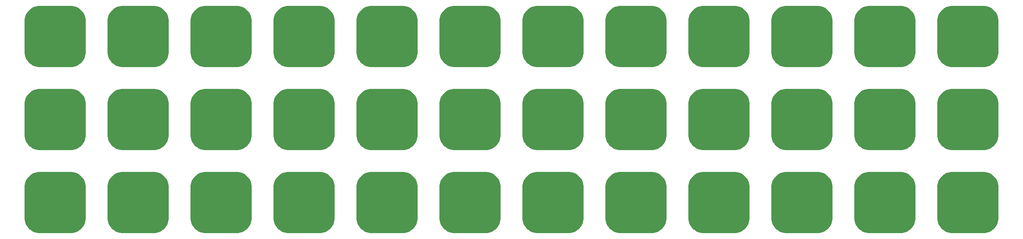
<source format=gbr>
G04 #@! TF.GenerationSoftware,KiCad,Pcbnew,(5.1.5)-3*
G04 #@! TF.CreationDate,2020-05-22T12:40:10+02:00*
G04 #@! TF.ProjectId,m1d1_36,6d316431-5f33-4362-9e6b-696361645f70,rev?*
G04 #@! TF.SameCoordinates,Original*
G04 #@! TF.FileFunction,Paste,Top*
G04 #@! TF.FilePolarity,Positive*
%FSLAX46Y46*%
G04 Gerber Fmt 4.6, Leading zero omitted, Abs format (unit mm)*
G04 Created by KiCad (PCBNEW (5.1.5)-3) date 2020-05-22 12:40:10*
%MOMM*%
%LPD*%
G04 APERTURE LIST*
%ADD10C,0.100000*%
G04 APERTURE END LIST*
D10*
G36*
X261419564Y-88022057D02*
G01*
X261783589Y-88076055D01*
X262140568Y-88165474D01*
X262487063Y-88289452D01*
X262819738Y-88446795D01*
X263135388Y-88635989D01*
X263430975Y-88855211D01*
X263703650Y-89102350D01*
X263950789Y-89375025D01*
X264170011Y-89670612D01*
X264359205Y-89986262D01*
X264516548Y-90318937D01*
X264640526Y-90665432D01*
X264729945Y-91022411D01*
X264783943Y-91386436D01*
X264802000Y-91754000D01*
X264802000Y-99254000D01*
X264783943Y-99621564D01*
X264729945Y-99985589D01*
X264640526Y-100342568D01*
X264516548Y-100689063D01*
X264359205Y-101021738D01*
X264170011Y-101337388D01*
X263950789Y-101632975D01*
X263703650Y-101905650D01*
X263430975Y-102152789D01*
X263135388Y-102372011D01*
X262819738Y-102561205D01*
X262487063Y-102718548D01*
X262140568Y-102842526D01*
X261783589Y-102931945D01*
X261419564Y-102985943D01*
X261052000Y-103004000D01*
X253552000Y-103004000D01*
X253184436Y-102985943D01*
X252820411Y-102931945D01*
X252463432Y-102842526D01*
X252116937Y-102718548D01*
X251784262Y-102561205D01*
X251468612Y-102372011D01*
X251173025Y-102152789D01*
X250900350Y-101905650D01*
X250653211Y-101632975D01*
X250433989Y-101337388D01*
X250244795Y-101021738D01*
X250087452Y-100689063D01*
X249963474Y-100342568D01*
X249874055Y-99985589D01*
X249820057Y-99621564D01*
X249802000Y-99254000D01*
X249802000Y-91754000D01*
X249820057Y-91386436D01*
X249874055Y-91022411D01*
X249963474Y-90665432D01*
X250087452Y-90318937D01*
X250244795Y-89986262D01*
X250433989Y-89670612D01*
X250653211Y-89375025D01*
X250900350Y-89102350D01*
X251173025Y-88855211D01*
X251468612Y-88635989D01*
X251784262Y-88446795D01*
X252116937Y-88289452D01*
X252463432Y-88165474D01*
X252820411Y-88076055D01*
X253184436Y-88022057D01*
X253552000Y-88004000D01*
X261052000Y-88004000D01*
X261419564Y-88022057D01*
G37*
G36*
X241099564Y-88022057D02*
G01*
X241463589Y-88076055D01*
X241820568Y-88165474D01*
X242167063Y-88289452D01*
X242499738Y-88446795D01*
X242815388Y-88635989D01*
X243110975Y-88855211D01*
X243383650Y-89102350D01*
X243630789Y-89375025D01*
X243850011Y-89670612D01*
X244039205Y-89986262D01*
X244196548Y-90318937D01*
X244320526Y-90665432D01*
X244409945Y-91022411D01*
X244463943Y-91386436D01*
X244482000Y-91754000D01*
X244482000Y-99254000D01*
X244463943Y-99621564D01*
X244409945Y-99985589D01*
X244320526Y-100342568D01*
X244196548Y-100689063D01*
X244039205Y-101021738D01*
X243850011Y-101337388D01*
X243630789Y-101632975D01*
X243383650Y-101905650D01*
X243110975Y-102152789D01*
X242815388Y-102372011D01*
X242499738Y-102561205D01*
X242167063Y-102718548D01*
X241820568Y-102842526D01*
X241463589Y-102931945D01*
X241099564Y-102985943D01*
X240732000Y-103004000D01*
X233232000Y-103004000D01*
X232864436Y-102985943D01*
X232500411Y-102931945D01*
X232143432Y-102842526D01*
X231796937Y-102718548D01*
X231464262Y-102561205D01*
X231148612Y-102372011D01*
X230853025Y-102152789D01*
X230580350Y-101905650D01*
X230333211Y-101632975D01*
X230113989Y-101337388D01*
X229924795Y-101021738D01*
X229767452Y-100689063D01*
X229643474Y-100342568D01*
X229554055Y-99985589D01*
X229500057Y-99621564D01*
X229482000Y-99254000D01*
X229482000Y-91754000D01*
X229500057Y-91386436D01*
X229554055Y-91022411D01*
X229643474Y-90665432D01*
X229767452Y-90318937D01*
X229924795Y-89986262D01*
X230113989Y-89670612D01*
X230333211Y-89375025D01*
X230580350Y-89102350D01*
X230853025Y-88855211D01*
X231148612Y-88635989D01*
X231464262Y-88446795D01*
X231796937Y-88289452D01*
X232143432Y-88165474D01*
X232500411Y-88076055D01*
X232864436Y-88022057D01*
X233232000Y-88004000D01*
X240732000Y-88004000D01*
X241099564Y-88022057D01*
G37*
G36*
X220779564Y-88022057D02*
G01*
X221143589Y-88076055D01*
X221500568Y-88165474D01*
X221847063Y-88289452D01*
X222179738Y-88446795D01*
X222495388Y-88635989D01*
X222790975Y-88855211D01*
X223063650Y-89102350D01*
X223310789Y-89375025D01*
X223530011Y-89670612D01*
X223719205Y-89986262D01*
X223876548Y-90318937D01*
X224000526Y-90665432D01*
X224089945Y-91022411D01*
X224143943Y-91386436D01*
X224162000Y-91754000D01*
X224162000Y-99254000D01*
X224143943Y-99621564D01*
X224089945Y-99985589D01*
X224000526Y-100342568D01*
X223876548Y-100689063D01*
X223719205Y-101021738D01*
X223530011Y-101337388D01*
X223310789Y-101632975D01*
X223063650Y-101905650D01*
X222790975Y-102152789D01*
X222495388Y-102372011D01*
X222179738Y-102561205D01*
X221847063Y-102718548D01*
X221500568Y-102842526D01*
X221143589Y-102931945D01*
X220779564Y-102985943D01*
X220412000Y-103004000D01*
X212912000Y-103004000D01*
X212544436Y-102985943D01*
X212180411Y-102931945D01*
X211823432Y-102842526D01*
X211476937Y-102718548D01*
X211144262Y-102561205D01*
X210828612Y-102372011D01*
X210533025Y-102152789D01*
X210260350Y-101905650D01*
X210013211Y-101632975D01*
X209793989Y-101337388D01*
X209604795Y-101021738D01*
X209447452Y-100689063D01*
X209323474Y-100342568D01*
X209234055Y-99985589D01*
X209180057Y-99621564D01*
X209162000Y-99254000D01*
X209162000Y-91754000D01*
X209180057Y-91386436D01*
X209234055Y-91022411D01*
X209323474Y-90665432D01*
X209447452Y-90318937D01*
X209604795Y-89986262D01*
X209793989Y-89670612D01*
X210013211Y-89375025D01*
X210260350Y-89102350D01*
X210533025Y-88855211D01*
X210828612Y-88635989D01*
X211144262Y-88446795D01*
X211476937Y-88289452D01*
X211823432Y-88165474D01*
X212180411Y-88076055D01*
X212544436Y-88022057D01*
X212912000Y-88004000D01*
X220412000Y-88004000D01*
X220779564Y-88022057D01*
G37*
G36*
X200459564Y-88022057D02*
G01*
X200823589Y-88076055D01*
X201180568Y-88165474D01*
X201527063Y-88289452D01*
X201859738Y-88446795D01*
X202175388Y-88635989D01*
X202470975Y-88855211D01*
X202743650Y-89102350D01*
X202990789Y-89375025D01*
X203210011Y-89670612D01*
X203399205Y-89986262D01*
X203556548Y-90318937D01*
X203680526Y-90665432D01*
X203769945Y-91022411D01*
X203823943Y-91386436D01*
X203842000Y-91754000D01*
X203842000Y-99254000D01*
X203823943Y-99621564D01*
X203769945Y-99985589D01*
X203680526Y-100342568D01*
X203556548Y-100689063D01*
X203399205Y-101021738D01*
X203210011Y-101337388D01*
X202990789Y-101632975D01*
X202743650Y-101905650D01*
X202470975Y-102152789D01*
X202175388Y-102372011D01*
X201859738Y-102561205D01*
X201527063Y-102718548D01*
X201180568Y-102842526D01*
X200823589Y-102931945D01*
X200459564Y-102985943D01*
X200092000Y-103004000D01*
X192592000Y-103004000D01*
X192224436Y-102985943D01*
X191860411Y-102931945D01*
X191503432Y-102842526D01*
X191156937Y-102718548D01*
X190824262Y-102561205D01*
X190508612Y-102372011D01*
X190213025Y-102152789D01*
X189940350Y-101905650D01*
X189693211Y-101632975D01*
X189473989Y-101337388D01*
X189284795Y-101021738D01*
X189127452Y-100689063D01*
X189003474Y-100342568D01*
X188914055Y-99985589D01*
X188860057Y-99621564D01*
X188842000Y-99254000D01*
X188842000Y-91754000D01*
X188860057Y-91386436D01*
X188914055Y-91022411D01*
X189003474Y-90665432D01*
X189127452Y-90318937D01*
X189284795Y-89986262D01*
X189473989Y-89670612D01*
X189693211Y-89375025D01*
X189940350Y-89102350D01*
X190213025Y-88855211D01*
X190508612Y-88635989D01*
X190824262Y-88446795D01*
X191156937Y-88289452D01*
X191503432Y-88165474D01*
X191860411Y-88076055D01*
X192224436Y-88022057D01*
X192592000Y-88004000D01*
X200092000Y-88004000D01*
X200459564Y-88022057D01*
G37*
G36*
X180139564Y-88022057D02*
G01*
X180503589Y-88076055D01*
X180860568Y-88165474D01*
X181207063Y-88289452D01*
X181539738Y-88446795D01*
X181855388Y-88635989D01*
X182150975Y-88855211D01*
X182423650Y-89102350D01*
X182670789Y-89375025D01*
X182890011Y-89670612D01*
X183079205Y-89986262D01*
X183236548Y-90318937D01*
X183360526Y-90665432D01*
X183449945Y-91022411D01*
X183503943Y-91386436D01*
X183522000Y-91754000D01*
X183522000Y-99254000D01*
X183503943Y-99621564D01*
X183449945Y-99985589D01*
X183360526Y-100342568D01*
X183236548Y-100689063D01*
X183079205Y-101021738D01*
X182890011Y-101337388D01*
X182670789Y-101632975D01*
X182423650Y-101905650D01*
X182150975Y-102152789D01*
X181855388Y-102372011D01*
X181539738Y-102561205D01*
X181207063Y-102718548D01*
X180860568Y-102842526D01*
X180503589Y-102931945D01*
X180139564Y-102985943D01*
X179772000Y-103004000D01*
X172272000Y-103004000D01*
X171904436Y-102985943D01*
X171540411Y-102931945D01*
X171183432Y-102842526D01*
X170836937Y-102718548D01*
X170504262Y-102561205D01*
X170188612Y-102372011D01*
X169893025Y-102152789D01*
X169620350Y-101905650D01*
X169373211Y-101632975D01*
X169153989Y-101337388D01*
X168964795Y-101021738D01*
X168807452Y-100689063D01*
X168683474Y-100342568D01*
X168594055Y-99985589D01*
X168540057Y-99621564D01*
X168522000Y-99254000D01*
X168522000Y-91754000D01*
X168540057Y-91386436D01*
X168594055Y-91022411D01*
X168683474Y-90665432D01*
X168807452Y-90318937D01*
X168964795Y-89986262D01*
X169153989Y-89670612D01*
X169373211Y-89375025D01*
X169620350Y-89102350D01*
X169893025Y-88855211D01*
X170188612Y-88635989D01*
X170504262Y-88446795D01*
X170836937Y-88289452D01*
X171183432Y-88165474D01*
X171540411Y-88076055D01*
X171904436Y-88022057D01*
X172272000Y-88004000D01*
X179772000Y-88004000D01*
X180139564Y-88022057D01*
G37*
G36*
X159819564Y-88022057D02*
G01*
X160183589Y-88076055D01*
X160540568Y-88165474D01*
X160887063Y-88289452D01*
X161219738Y-88446795D01*
X161535388Y-88635989D01*
X161830975Y-88855211D01*
X162103650Y-89102350D01*
X162350789Y-89375025D01*
X162570011Y-89670612D01*
X162759205Y-89986262D01*
X162916548Y-90318937D01*
X163040526Y-90665432D01*
X163129945Y-91022411D01*
X163183943Y-91386436D01*
X163202000Y-91754000D01*
X163202000Y-99254000D01*
X163183943Y-99621564D01*
X163129945Y-99985589D01*
X163040526Y-100342568D01*
X162916548Y-100689063D01*
X162759205Y-101021738D01*
X162570011Y-101337388D01*
X162350789Y-101632975D01*
X162103650Y-101905650D01*
X161830975Y-102152789D01*
X161535388Y-102372011D01*
X161219738Y-102561205D01*
X160887063Y-102718548D01*
X160540568Y-102842526D01*
X160183589Y-102931945D01*
X159819564Y-102985943D01*
X159452000Y-103004000D01*
X151952000Y-103004000D01*
X151584436Y-102985943D01*
X151220411Y-102931945D01*
X150863432Y-102842526D01*
X150516937Y-102718548D01*
X150184262Y-102561205D01*
X149868612Y-102372011D01*
X149573025Y-102152789D01*
X149300350Y-101905650D01*
X149053211Y-101632975D01*
X148833989Y-101337388D01*
X148644795Y-101021738D01*
X148487452Y-100689063D01*
X148363474Y-100342568D01*
X148274055Y-99985589D01*
X148220057Y-99621564D01*
X148202000Y-99254000D01*
X148202000Y-91754000D01*
X148220057Y-91386436D01*
X148274055Y-91022411D01*
X148363474Y-90665432D01*
X148487452Y-90318937D01*
X148644795Y-89986262D01*
X148833989Y-89670612D01*
X149053211Y-89375025D01*
X149300350Y-89102350D01*
X149573025Y-88855211D01*
X149868612Y-88635989D01*
X150184262Y-88446795D01*
X150516937Y-88289452D01*
X150863432Y-88165474D01*
X151220411Y-88076055D01*
X151584436Y-88022057D01*
X151952000Y-88004000D01*
X159452000Y-88004000D01*
X159819564Y-88022057D01*
G37*
G36*
X139499564Y-88022057D02*
G01*
X139863589Y-88076055D01*
X140220568Y-88165474D01*
X140567063Y-88289452D01*
X140899738Y-88446795D01*
X141215388Y-88635989D01*
X141510975Y-88855211D01*
X141783650Y-89102350D01*
X142030789Y-89375025D01*
X142250011Y-89670612D01*
X142439205Y-89986262D01*
X142596548Y-90318937D01*
X142720526Y-90665432D01*
X142809945Y-91022411D01*
X142863943Y-91386436D01*
X142882000Y-91754000D01*
X142882000Y-99254000D01*
X142863943Y-99621564D01*
X142809945Y-99985589D01*
X142720526Y-100342568D01*
X142596548Y-100689063D01*
X142439205Y-101021738D01*
X142250011Y-101337388D01*
X142030789Y-101632975D01*
X141783650Y-101905650D01*
X141510975Y-102152789D01*
X141215388Y-102372011D01*
X140899738Y-102561205D01*
X140567063Y-102718548D01*
X140220568Y-102842526D01*
X139863589Y-102931945D01*
X139499564Y-102985943D01*
X139132000Y-103004000D01*
X131632000Y-103004000D01*
X131264436Y-102985943D01*
X130900411Y-102931945D01*
X130543432Y-102842526D01*
X130196937Y-102718548D01*
X129864262Y-102561205D01*
X129548612Y-102372011D01*
X129253025Y-102152789D01*
X128980350Y-101905650D01*
X128733211Y-101632975D01*
X128513989Y-101337388D01*
X128324795Y-101021738D01*
X128167452Y-100689063D01*
X128043474Y-100342568D01*
X127954055Y-99985589D01*
X127900057Y-99621564D01*
X127882000Y-99254000D01*
X127882000Y-91754000D01*
X127900057Y-91386436D01*
X127954055Y-91022411D01*
X128043474Y-90665432D01*
X128167452Y-90318937D01*
X128324795Y-89986262D01*
X128513989Y-89670612D01*
X128733211Y-89375025D01*
X128980350Y-89102350D01*
X129253025Y-88855211D01*
X129548612Y-88635989D01*
X129864262Y-88446795D01*
X130196937Y-88289452D01*
X130543432Y-88165474D01*
X130900411Y-88076055D01*
X131264436Y-88022057D01*
X131632000Y-88004000D01*
X139132000Y-88004000D01*
X139499564Y-88022057D01*
G37*
G36*
X119179564Y-88022057D02*
G01*
X119543589Y-88076055D01*
X119900568Y-88165474D01*
X120247063Y-88289452D01*
X120579738Y-88446795D01*
X120895388Y-88635989D01*
X121190975Y-88855211D01*
X121463650Y-89102350D01*
X121710789Y-89375025D01*
X121930011Y-89670612D01*
X122119205Y-89986262D01*
X122276548Y-90318937D01*
X122400526Y-90665432D01*
X122489945Y-91022411D01*
X122543943Y-91386436D01*
X122562000Y-91754000D01*
X122562000Y-99254000D01*
X122543943Y-99621564D01*
X122489945Y-99985589D01*
X122400526Y-100342568D01*
X122276548Y-100689063D01*
X122119205Y-101021738D01*
X121930011Y-101337388D01*
X121710789Y-101632975D01*
X121463650Y-101905650D01*
X121190975Y-102152789D01*
X120895388Y-102372011D01*
X120579738Y-102561205D01*
X120247063Y-102718548D01*
X119900568Y-102842526D01*
X119543589Y-102931945D01*
X119179564Y-102985943D01*
X118812000Y-103004000D01*
X111312000Y-103004000D01*
X110944436Y-102985943D01*
X110580411Y-102931945D01*
X110223432Y-102842526D01*
X109876937Y-102718548D01*
X109544262Y-102561205D01*
X109228612Y-102372011D01*
X108933025Y-102152789D01*
X108660350Y-101905650D01*
X108413211Y-101632975D01*
X108193989Y-101337388D01*
X108004795Y-101021738D01*
X107847452Y-100689063D01*
X107723474Y-100342568D01*
X107634055Y-99985589D01*
X107580057Y-99621564D01*
X107562000Y-99254000D01*
X107562000Y-91754000D01*
X107580057Y-91386436D01*
X107634055Y-91022411D01*
X107723474Y-90665432D01*
X107847452Y-90318937D01*
X108004795Y-89986262D01*
X108193989Y-89670612D01*
X108413211Y-89375025D01*
X108660350Y-89102350D01*
X108933025Y-88855211D01*
X109228612Y-88635989D01*
X109544262Y-88446795D01*
X109876937Y-88289452D01*
X110223432Y-88165474D01*
X110580411Y-88076055D01*
X110944436Y-88022057D01*
X111312000Y-88004000D01*
X118812000Y-88004000D01*
X119179564Y-88022057D01*
G37*
G36*
X98859564Y-88022057D02*
G01*
X99223589Y-88076055D01*
X99580568Y-88165474D01*
X99927063Y-88289452D01*
X100259738Y-88446795D01*
X100575388Y-88635989D01*
X100870975Y-88855211D01*
X101143650Y-89102350D01*
X101390789Y-89375025D01*
X101610011Y-89670612D01*
X101799205Y-89986262D01*
X101956548Y-90318937D01*
X102080526Y-90665432D01*
X102169945Y-91022411D01*
X102223943Y-91386436D01*
X102242000Y-91754000D01*
X102242000Y-99254000D01*
X102223943Y-99621564D01*
X102169945Y-99985589D01*
X102080526Y-100342568D01*
X101956548Y-100689063D01*
X101799205Y-101021738D01*
X101610011Y-101337388D01*
X101390789Y-101632975D01*
X101143650Y-101905650D01*
X100870975Y-102152789D01*
X100575388Y-102372011D01*
X100259738Y-102561205D01*
X99927063Y-102718548D01*
X99580568Y-102842526D01*
X99223589Y-102931945D01*
X98859564Y-102985943D01*
X98492000Y-103004000D01*
X90992000Y-103004000D01*
X90624436Y-102985943D01*
X90260411Y-102931945D01*
X89903432Y-102842526D01*
X89556937Y-102718548D01*
X89224262Y-102561205D01*
X88908612Y-102372011D01*
X88613025Y-102152789D01*
X88340350Y-101905650D01*
X88093211Y-101632975D01*
X87873989Y-101337388D01*
X87684795Y-101021738D01*
X87527452Y-100689063D01*
X87403474Y-100342568D01*
X87314055Y-99985589D01*
X87260057Y-99621564D01*
X87242000Y-99254000D01*
X87242000Y-91754000D01*
X87260057Y-91386436D01*
X87314055Y-91022411D01*
X87403474Y-90665432D01*
X87527452Y-90318937D01*
X87684795Y-89986262D01*
X87873989Y-89670612D01*
X88093211Y-89375025D01*
X88340350Y-89102350D01*
X88613025Y-88855211D01*
X88908612Y-88635989D01*
X89224262Y-88446795D01*
X89556937Y-88289452D01*
X89903432Y-88165474D01*
X90260411Y-88076055D01*
X90624436Y-88022057D01*
X90992000Y-88004000D01*
X98492000Y-88004000D01*
X98859564Y-88022057D01*
G37*
G36*
X78539564Y-88022057D02*
G01*
X78903589Y-88076055D01*
X79260568Y-88165474D01*
X79607063Y-88289452D01*
X79939738Y-88446795D01*
X80255388Y-88635989D01*
X80550975Y-88855211D01*
X80823650Y-89102350D01*
X81070789Y-89375025D01*
X81290011Y-89670612D01*
X81479205Y-89986262D01*
X81636548Y-90318937D01*
X81760526Y-90665432D01*
X81849945Y-91022411D01*
X81903943Y-91386436D01*
X81922000Y-91754000D01*
X81922000Y-99254000D01*
X81903943Y-99621564D01*
X81849945Y-99985589D01*
X81760526Y-100342568D01*
X81636548Y-100689063D01*
X81479205Y-101021738D01*
X81290011Y-101337388D01*
X81070789Y-101632975D01*
X80823650Y-101905650D01*
X80550975Y-102152789D01*
X80255388Y-102372011D01*
X79939738Y-102561205D01*
X79607063Y-102718548D01*
X79260568Y-102842526D01*
X78903589Y-102931945D01*
X78539564Y-102985943D01*
X78172000Y-103004000D01*
X70672000Y-103004000D01*
X70304436Y-102985943D01*
X69940411Y-102931945D01*
X69583432Y-102842526D01*
X69236937Y-102718548D01*
X68904262Y-102561205D01*
X68588612Y-102372011D01*
X68293025Y-102152789D01*
X68020350Y-101905650D01*
X67773211Y-101632975D01*
X67553989Y-101337388D01*
X67364795Y-101021738D01*
X67207452Y-100689063D01*
X67083474Y-100342568D01*
X66994055Y-99985589D01*
X66940057Y-99621564D01*
X66922000Y-99254000D01*
X66922000Y-91754000D01*
X66940057Y-91386436D01*
X66994055Y-91022411D01*
X67083474Y-90665432D01*
X67207452Y-90318937D01*
X67364795Y-89986262D01*
X67553989Y-89670612D01*
X67773211Y-89375025D01*
X68020350Y-89102350D01*
X68293025Y-88855211D01*
X68588612Y-88635989D01*
X68904262Y-88446795D01*
X69236937Y-88289452D01*
X69583432Y-88165474D01*
X69940411Y-88076055D01*
X70304436Y-88022057D01*
X70672000Y-88004000D01*
X78172000Y-88004000D01*
X78539564Y-88022057D01*
G37*
G36*
X58219564Y-88022057D02*
G01*
X58583589Y-88076055D01*
X58940568Y-88165474D01*
X59287063Y-88289452D01*
X59619738Y-88446795D01*
X59935388Y-88635989D01*
X60230975Y-88855211D01*
X60503650Y-89102350D01*
X60750789Y-89375025D01*
X60970011Y-89670612D01*
X61159205Y-89986262D01*
X61316548Y-90318937D01*
X61440526Y-90665432D01*
X61529945Y-91022411D01*
X61583943Y-91386436D01*
X61602000Y-91754000D01*
X61602000Y-99254000D01*
X61583943Y-99621564D01*
X61529945Y-99985589D01*
X61440526Y-100342568D01*
X61316548Y-100689063D01*
X61159205Y-101021738D01*
X60970011Y-101337388D01*
X60750789Y-101632975D01*
X60503650Y-101905650D01*
X60230975Y-102152789D01*
X59935388Y-102372011D01*
X59619738Y-102561205D01*
X59287063Y-102718548D01*
X58940568Y-102842526D01*
X58583589Y-102931945D01*
X58219564Y-102985943D01*
X57852000Y-103004000D01*
X50352000Y-103004000D01*
X49984436Y-102985943D01*
X49620411Y-102931945D01*
X49263432Y-102842526D01*
X48916937Y-102718548D01*
X48584262Y-102561205D01*
X48268612Y-102372011D01*
X47973025Y-102152789D01*
X47700350Y-101905650D01*
X47453211Y-101632975D01*
X47233989Y-101337388D01*
X47044795Y-101021738D01*
X46887452Y-100689063D01*
X46763474Y-100342568D01*
X46674055Y-99985589D01*
X46620057Y-99621564D01*
X46602000Y-99254000D01*
X46602000Y-91754000D01*
X46620057Y-91386436D01*
X46674055Y-91022411D01*
X46763474Y-90665432D01*
X46887452Y-90318937D01*
X47044795Y-89986262D01*
X47233989Y-89670612D01*
X47453211Y-89375025D01*
X47700350Y-89102350D01*
X47973025Y-88855211D01*
X48268612Y-88635989D01*
X48584262Y-88446795D01*
X48916937Y-88289452D01*
X49263432Y-88165474D01*
X49620411Y-88076055D01*
X49984436Y-88022057D01*
X50352000Y-88004000D01*
X57852000Y-88004000D01*
X58219564Y-88022057D01*
G37*
G36*
X37899564Y-88022057D02*
G01*
X38263589Y-88076055D01*
X38620568Y-88165474D01*
X38967063Y-88289452D01*
X39299738Y-88446795D01*
X39615388Y-88635989D01*
X39910975Y-88855211D01*
X40183650Y-89102350D01*
X40430789Y-89375025D01*
X40650011Y-89670612D01*
X40839205Y-89986262D01*
X40996548Y-90318937D01*
X41120526Y-90665432D01*
X41209945Y-91022411D01*
X41263943Y-91386436D01*
X41282000Y-91754000D01*
X41282000Y-99254000D01*
X41263943Y-99621564D01*
X41209945Y-99985589D01*
X41120526Y-100342568D01*
X40996548Y-100689063D01*
X40839205Y-101021738D01*
X40650011Y-101337388D01*
X40430789Y-101632975D01*
X40183650Y-101905650D01*
X39910975Y-102152789D01*
X39615388Y-102372011D01*
X39299738Y-102561205D01*
X38967063Y-102718548D01*
X38620568Y-102842526D01*
X38263589Y-102931945D01*
X37899564Y-102985943D01*
X37532000Y-103004000D01*
X30032000Y-103004000D01*
X29664436Y-102985943D01*
X29300411Y-102931945D01*
X28943432Y-102842526D01*
X28596937Y-102718548D01*
X28264262Y-102561205D01*
X27948612Y-102372011D01*
X27653025Y-102152789D01*
X27380350Y-101905650D01*
X27133211Y-101632975D01*
X26913989Y-101337388D01*
X26724795Y-101021738D01*
X26567452Y-100689063D01*
X26443474Y-100342568D01*
X26354055Y-99985589D01*
X26300057Y-99621564D01*
X26282000Y-99254000D01*
X26282000Y-91754000D01*
X26300057Y-91386436D01*
X26354055Y-91022411D01*
X26443474Y-90665432D01*
X26567452Y-90318937D01*
X26724795Y-89986262D01*
X26913989Y-89670612D01*
X27133211Y-89375025D01*
X27380350Y-89102350D01*
X27653025Y-88855211D01*
X27948612Y-88635989D01*
X28264262Y-88446795D01*
X28596937Y-88289452D01*
X28943432Y-88165474D01*
X29300411Y-88076055D01*
X29664436Y-88022057D01*
X30032000Y-88004000D01*
X37532000Y-88004000D01*
X37899564Y-88022057D01*
G37*
G36*
X261419564Y-108342057D02*
G01*
X261783589Y-108396055D01*
X262140568Y-108485474D01*
X262487063Y-108609452D01*
X262819738Y-108766795D01*
X263135388Y-108955989D01*
X263430975Y-109175211D01*
X263703650Y-109422350D01*
X263950789Y-109695025D01*
X264170011Y-109990612D01*
X264359205Y-110306262D01*
X264516548Y-110638937D01*
X264640526Y-110985432D01*
X264729945Y-111342411D01*
X264783943Y-111706436D01*
X264802000Y-112074000D01*
X264802000Y-119574000D01*
X264783943Y-119941564D01*
X264729945Y-120305589D01*
X264640526Y-120662568D01*
X264516548Y-121009063D01*
X264359205Y-121341738D01*
X264170011Y-121657388D01*
X263950789Y-121952975D01*
X263703650Y-122225650D01*
X263430975Y-122472789D01*
X263135388Y-122692011D01*
X262819738Y-122881205D01*
X262487063Y-123038548D01*
X262140568Y-123162526D01*
X261783589Y-123251945D01*
X261419564Y-123305943D01*
X261052000Y-123324000D01*
X253552000Y-123324000D01*
X253184436Y-123305943D01*
X252820411Y-123251945D01*
X252463432Y-123162526D01*
X252116937Y-123038548D01*
X251784262Y-122881205D01*
X251468612Y-122692011D01*
X251173025Y-122472789D01*
X250900350Y-122225650D01*
X250653211Y-121952975D01*
X250433989Y-121657388D01*
X250244795Y-121341738D01*
X250087452Y-121009063D01*
X249963474Y-120662568D01*
X249874055Y-120305589D01*
X249820057Y-119941564D01*
X249802000Y-119574000D01*
X249802000Y-112074000D01*
X249820057Y-111706436D01*
X249874055Y-111342411D01*
X249963474Y-110985432D01*
X250087452Y-110638937D01*
X250244795Y-110306262D01*
X250433989Y-109990612D01*
X250653211Y-109695025D01*
X250900350Y-109422350D01*
X251173025Y-109175211D01*
X251468612Y-108955989D01*
X251784262Y-108766795D01*
X252116937Y-108609452D01*
X252463432Y-108485474D01*
X252820411Y-108396055D01*
X253184436Y-108342057D01*
X253552000Y-108324000D01*
X261052000Y-108324000D01*
X261419564Y-108342057D01*
G37*
G36*
X241099564Y-108342057D02*
G01*
X241463589Y-108396055D01*
X241820568Y-108485474D01*
X242167063Y-108609452D01*
X242499738Y-108766795D01*
X242815388Y-108955989D01*
X243110975Y-109175211D01*
X243383650Y-109422350D01*
X243630789Y-109695025D01*
X243850011Y-109990612D01*
X244039205Y-110306262D01*
X244196548Y-110638937D01*
X244320526Y-110985432D01*
X244409945Y-111342411D01*
X244463943Y-111706436D01*
X244482000Y-112074000D01*
X244482000Y-119574000D01*
X244463943Y-119941564D01*
X244409945Y-120305589D01*
X244320526Y-120662568D01*
X244196548Y-121009063D01*
X244039205Y-121341738D01*
X243850011Y-121657388D01*
X243630789Y-121952975D01*
X243383650Y-122225650D01*
X243110975Y-122472789D01*
X242815388Y-122692011D01*
X242499738Y-122881205D01*
X242167063Y-123038548D01*
X241820568Y-123162526D01*
X241463589Y-123251945D01*
X241099564Y-123305943D01*
X240732000Y-123324000D01*
X233232000Y-123324000D01*
X232864436Y-123305943D01*
X232500411Y-123251945D01*
X232143432Y-123162526D01*
X231796937Y-123038548D01*
X231464262Y-122881205D01*
X231148612Y-122692011D01*
X230853025Y-122472789D01*
X230580350Y-122225650D01*
X230333211Y-121952975D01*
X230113989Y-121657388D01*
X229924795Y-121341738D01*
X229767452Y-121009063D01*
X229643474Y-120662568D01*
X229554055Y-120305589D01*
X229500057Y-119941564D01*
X229482000Y-119574000D01*
X229482000Y-112074000D01*
X229500057Y-111706436D01*
X229554055Y-111342411D01*
X229643474Y-110985432D01*
X229767452Y-110638937D01*
X229924795Y-110306262D01*
X230113989Y-109990612D01*
X230333211Y-109695025D01*
X230580350Y-109422350D01*
X230853025Y-109175211D01*
X231148612Y-108955989D01*
X231464262Y-108766795D01*
X231796937Y-108609452D01*
X232143432Y-108485474D01*
X232500411Y-108396055D01*
X232864436Y-108342057D01*
X233232000Y-108324000D01*
X240732000Y-108324000D01*
X241099564Y-108342057D01*
G37*
G36*
X220779564Y-108342057D02*
G01*
X221143589Y-108396055D01*
X221500568Y-108485474D01*
X221847063Y-108609452D01*
X222179738Y-108766795D01*
X222495388Y-108955989D01*
X222790975Y-109175211D01*
X223063650Y-109422350D01*
X223310789Y-109695025D01*
X223530011Y-109990612D01*
X223719205Y-110306262D01*
X223876548Y-110638937D01*
X224000526Y-110985432D01*
X224089945Y-111342411D01*
X224143943Y-111706436D01*
X224162000Y-112074000D01*
X224162000Y-119574000D01*
X224143943Y-119941564D01*
X224089945Y-120305589D01*
X224000526Y-120662568D01*
X223876548Y-121009063D01*
X223719205Y-121341738D01*
X223530011Y-121657388D01*
X223310789Y-121952975D01*
X223063650Y-122225650D01*
X222790975Y-122472789D01*
X222495388Y-122692011D01*
X222179738Y-122881205D01*
X221847063Y-123038548D01*
X221500568Y-123162526D01*
X221143589Y-123251945D01*
X220779564Y-123305943D01*
X220412000Y-123324000D01*
X212912000Y-123324000D01*
X212544436Y-123305943D01*
X212180411Y-123251945D01*
X211823432Y-123162526D01*
X211476937Y-123038548D01*
X211144262Y-122881205D01*
X210828612Y-122692011D01*
X210533025Y-122472789D01*
X210260350Y-122225650D01*
X210013211Y-121952975D01*
X209793989Y-121657388D01*
X209604795Y-121341738D01*
X209447452Y-121009063D01*
X209323474Y-120662568D01*
X209234055Y-120305589D01*
X209180057Y-119941564D01*
X209162000Y-119574000D01*
X209162000Y-112074000D01*
X209180057Y-111706436D01*
X209234055Y-111342411D01*
X209323474Y-110985432D01*
X209447452Y-110638937D01*
X209604795Y-110306262D01*
X209793989Y-109990612D01*
X210013211Y-109695025D01*
X210260350Y-109422350D01*
X210533025Y-109175211D01*
X210828612Y-108955989D01*
X211144262Y-108766795D01*
X211476937Y-108609452D01*
X211823432Y-108485474D01*
X212180411Y-108396055D01*
X212544436Y-108342057D01*
X212912000Y-108324000D01*
X220412000Y-108324000D01*
X220779564Y-108342057D01*
G37*
G36*
X200459564Y-108342057D02*
G01*
X200823589Y-108396055D01*
X201180568Y-108485474D01*
X201527063Y-108609452D01*
X201859738Y-108766795D01*
X202175388Y-108955989D01*
X202470975Y-109175211D01*
X202743650Y-109422350D01*
X202990789Y-109695025D01*
X203210011Y-109990612D01*
X203399205Y-110306262D01*
X203556548Y-110638937D01*
X203680526Y-110985432D01*
X203769945Y-111342411D01*
X203823943Y-111706436D01*
X203842000Y-112074000D01*
X203842000Y-119574000D01*
X203823943Y-119941564D01*
X203769945Y-120305589D01*
X203680526Y-120662568D01*
X203556548Y-121009063D01*
X203399205Y-121341738D01*
X203210011Y-121657388D01*
X202990789Y-121952975D01*
X202743650Y-122225650D01*
X202470975Y-122472789D01*
X202175388Y-122692011D01*
X201859738Y-122881205D01*
X201527063Y-123038548D01*
X201180568Y-123162526D01*
X200823589Y-123251945D01*
X200459564Y-123305943D01*
X200092000Y-123324000D01*
X192592000Y-123324000D01*
X192224436Y-123305943D01*
X191860411Y-123251945D01*
X191503432Y-123162526D01*
X191156937Y-123038548D01*
X190824262Y-122881205D01*
X190508612Y-122692011D01*
X190213025Y-122472789D01*
X189940350Y-122225650D01*
X189693211Y-121952975D01*
X189473989Y-121657388D01*
X189284795Y-121341738D01*
X189127452Y-121009063D01*
X189003474Y-120662568D01*
X188914055Y-120305589D01*
X188860057Y-119941564D01*
X188842000Y-119574000D01*
X188842000Y-112074000D01*
X188860057Y-111706436D01*
X188914055Y-111342411D01*
X189003474Y-110985432D01*
X189127452Y-110638937D01*
X189284795Y-110306262D01*
X189473989Y-109990612D01*
X189693211Y-109695025D01*
X189940350Y-109422350D01*
X190213025Y-109175211D01*
X190508612Y-108955989D01*
X190824262Y-108766795D01*
X191156937Y-108609452D01*
X191503432Y-108485474D01*
X191860411Y-108396055D01*
X192224436Y-108342057D01*
X192592000Y-108324000D01*
X200092000Y-108324000D01*
X200459564Y-108342057D01*
G37*
G36*
X180139564Y-108342057D02*
G01*
X180503589Y-108396055D01*
X180860568Y-108485474D01*
X181207063Y-108609452D01*
X181539738Y-108766795D01*
X181855388Y-108955989D01*
X182150975Y-109175211D01*
X182423650Y-109422350D01*
X182670789Y-109695025D01*
X182890011Y-109990612D01*
X183079205Y-110306262D01*
X183236548Y-110638937D01*
X183360526Y-110985432D01*
X183449945Y-111342411D01*
X183503943Y-111706436D01*
X183522000Y-112074000D01*
X183522000Y-119574000D01*
X183503943Y-119941564D01*
X183449945Y-120305589D01*
X183360526Y-120662568D01*
X183236548Y-121009063D01*
X183079205Y-121341738D01*
X182890011Y-121657388D01*
X182670789Y-121952975D01*
X182423650Y-122225650D01*
X182150975Y-122472789D01*
X181855388Y-122692011D01*
X181539738Y-122881205D01*
X181207063Y-123038548D01*
X180860568Y-123162526D01*
X180503589Y-123251945D01*
X180139564Y-123305943D01*
X179772000Y-123324000D01*
X172272000Y-123324000D01*
X171904436Y-123305943D01*
X171540411Y-123251945D01*
X171183432Y-123162526D01*
X170836937Y-123038548D01*
X170504262Y-122881205D01*
X170188612Y-122692011D01*
X169893025Y-122472789D01*
X169620350Y-122225650D01*
X169373211Y-121952975D01*
X169153989Y-121657388D01*
X168964795Y-121341738D01*
X168807452Y-121009063D01*
X168683474Y-120662568D01*
X168594055Y-120305589D01*
X168540057Y-119941564D01*
X168522000Y-119574000D01*
X168522000Y-112074000D01*
X168540057Y-111706436D01*
X168594055Y-111342411D01*
X168683474Y-110985432D01*
X168807452Y-110638937D01*
X168964795Y-110306262D01*
X169153989Y-109990612D01*
X169373211Y-109695025D01*
X169620350Y-109422350D01*
X169893025Y-109175211D01*
X170188612Y-108955989D01*
X170504262Y-108766795D01*
X170836937Y-108609452D01*
X171183432Y-108485474D01*
X171540411Y-108396055D01*
X171904436Y-108342057D01*
X172272000Y-108324000D01*
X179772000Y-108324000D01*
X180139564Y-108342057D01*
G37*
G36*
X159819564Y-108342057D02*
G01*
X160183589Y-108396055D01*
X160540568Y-108485474D01*
X160887063Y-108609452D01*
X161219738Y-108766795D01*
X161535388Y-108955989D01*
X161830975Y-109175211D01*
X162103650Y-109422350D01*
X162350789Y-109695025D01*
X162570011Y-109990612D01*
X162759205Y-110306262D01*
X162916548Y-110638937D01*
X163040526Y-110985432D01*
X163129945Y-111342411D01*
X163183943Y-111706436D01*
X163202000Y-112074000D01*
X163202000Y-119574000D01*
X163183943Y-119941564D01*
X163129945Y-120305589D01*
X163040526Y-120662568D01*
X162916548Y-121009063D01*
X162759205Y-121341738D01*
X162570011Y-121657388D01*
X162350789Y-121952975D01*
X162103650Y-122225650D01*
X161830975Y-122472789D01*
X161535388Y-122692011D01*
X161219738Y-122881205D01*
X160887063Y-123038548D01*
X160540568Y-123162526D01*
X160183589Y-123251945D01*
X159819564Y-123305943D01*
X159452000Y-123324000D01*
X151952000Y-123324000D01*
X151584436Y-123305943D01*
X151220411Y-123251945D01*
X150863432Y-123162526D01*
X150516937Y-123038548D01*
X150184262Y-122881205D01*
X149868612Y-122692011D01*
X149573025Y-122472789D01*
X149300350Y-122225650D01*
X149053211Y-121952975D01*
X148833989Y-121657388D01*
X148644795Y-121341738D01*
X148487452Y-121009063D01*
X148363474Y-120662568D01*
X148274055Y-120305589D01*
X148220057Y-119941564D01*
X148202000Y-119574000D01*
X148202000Y-112074000D01*
X148220057Y-111706436D01*
X148274055Y-111342411D01*
X148363474Y-110985432D01*
X148487452Y-110638937D01*
X148644795Y-110306262D01*
X148833989Y-109990612D01*
X149053211Y-109695025D01*
X149300350Y-109422350D01*
X149573025Y-109175211D01*
X149868612Y-108955989D01*
X150184262Y-108766795D01*
X150516937Y-108609452D01*
X150863432Y-108485474D01*
X151220411Y-108396055D01*
X151584436Y-108342057D01*
X151952000Y-108324000D01*
X159452000Y-108324000D01*
X159819564Y-108342057D01*
G37*
G36*
X139499564Y-108342057D02*
G01*
X139863589Y-108396055D01*
X140220568Y-108485474D01*
X140567063Y-108609452D01*
X140899738Y-108766795D01*
X141215388Y-108955989D01*
X141510975Y-109175211D01*
X141783650Y-109422350D01*
X142030789Y-109695025D01*
X142250011Y-109990612D01*
X142439205Y-110306262D01*
X142596548Y-110638937D01*
X142720526Y-110985432D01*
X142809945Y-111342411D01*
X142863943Y-111706436D01*
X142882000Y-112074000D01*
X142882000Y-119574000D01*
X142863943Y-119941564D01*
X142809945Y-120305589D01*
X142720526Y-120662568D01*
X142596548Y-121009063D01*
X142439205Y-121341738D01*
X142250011Y-121657388D01*
X142030789Y-121952975D01*
X141783650Y-122225650D01*
X141510975Y-122472789D01*
X141215388Y-122692011D01*
X140899738Y-122881205D01*
X140567063Y-123038548D01*
X140220568Y-123162526D01*
X139863589Y-123251945D01*
X139499564Y-123305943D01*
X139132000Y-123324000D01*
X131632000Y-123324000D01*
X131264436Y-123305943D01*
X130900411Y-123251945D01*
X130543432Y-123162526D01*
X130196937Y-123038548D01*
X129864262Y-122881205D01*
X129548612Y-122692011D01*
X129253025Y-122472789D01*
X128980350Y-122225650D01*
X128733211Y-121952975D01*
X128513989Y-121657388D01*
X128324795Y-121341738D01*
X128167452Y-121009063D01*
X128043474Y-120662568D01*
X127954055Y-120305589D01*
X127900057Y-119941564D01*
X127882000Y-119574000D01*
X127882000Y-112074000D01*
X127900057Y-111706436D01*
X127954055Y-111342411D01*
X128043474Y-110985432D01*
X128167452Y-110638937D01*
X128324795Y-110306262D01*
X128513989Y-109990612D01*
X128733211Y-109695025D01*
X128980350Y-109422350D01*
X129253025Y-109175211D01*
X129548612Y-108955989D01*
X129864262Y-108766795D01*
X130196937Y-108609452D01*
X130543432Y-108485474D01*
X130900411Y-108396055D01*
X131264436Y-108342057D01*
X131632000Y-108324000D01*
X139132000Y-108324000D01*
X139499564Y-108342057D01*
G37*
G36*
X119179564Y-108342057D02*
G01*
X119543589Y-108396055D01*
X119900568Y-108485474D01*
X120247063Y-108609452D01*
X120579738Y-108766795D01*
X120895388Y-108955989D01*
X121190975Y-109175211D01*
X121463650Y-109422350D01*
X121710789Y-109695025D01*
X121930011Y-109990612D01*
X122119205Y-110306262D01*
X122276548Y-110638937D01*
X122400526Y-110985432D01*
X122489945Y-111342411D01*
X122543943Y-111706436D01*
X122562000Y-112074000D01*
X122562000Y-119574000D01*
X122543943Y-119941564D01*
X122489945Y-120305589D01*
X122400526Y-120662568D01*
X122276548Y-121009063D01*
X122119205Y-121341738D01*
X121930011Y-121657388D01*
X121710789Y-121952975D01*
X121463650Y-122225650D01*
X121190975Y-122472789D01*
X120895388Y-122692011D01*
X120579738Y-122881205D01*
X120247063Y-123038548D01*
X119900568Y-123162526D01*
X119543589Y-123251945D01*
X119179564Y-123305943D01*
X118812000Y-123324000D01*
X111312000Y-123324000D01*
X110944436Y-123305943D01*
X110580411Y-123251945D01*
X110223432Y-123162526D01*
X109876937Y-123038548D01*
X109544262Y-122881205D01*
X109228612Y-122692011D01*
X108933025Y-122472789D01*
X108660350Y-122225650D01*
X108413211Y-121952975D01*
X108193989Y-121657388D01*
X108004795Y-121341738D01*
X107847452Y-121009063D01*
X107723474Y-120662568D01*
X107634055Y-120305589D01*
X107580057Y-119941564D01*
X107562000Y-119574000D01*
X107562000Y-112074000D01*
X107580057Y-111706436D01*
X107634055Y-111342411D01*
X107723474Y-110985432D01*
X107847452Y-110638937D01*
X108004795Y-110306262D01*
X108193989Y-109990612D01*
X108413211Y-109695025D01*
X108660350Y-109422350D01*
X108933025Y-109175211D01*
X109228612Y-108955989D01*
X109544262Y-108766795D01*
X109876937Y-108609452D01*
X110223432Y-108485474D01*
X110580411Y-108396055D01*
X110944436Y-108342057D01*
X111312000Y-108324000D01*
X118812000Y-108324000D01*
X119179564Y-108342057D01*
G37*
G36*
X98859564Y-108342057D02*
G01*
X99223589Y-108396055D01*
X99580568Y-108485474D01*
X99927063Y-108609452D01*
X100259738Y-108766795D01*
X100575388Y-108955989D01*
X100870975Y-109175211D01*
X101143650Y-109422350D01*
X101390789Y-109695025D01*
X101610011Y-109990612D01*
X101799205Y-110306262D01*
X101956548Y-110638937D01*
X102080526Y-110985432D01*
X102169945Y-111342411D01*
X102223943Y-111706436D01*
X102242000Y-112074000D01*
X102242000Y-119574000D01*
X102223943Y-119941564D01*
X102169945Y-120305589D01*
X102080526Y-120662568D01*
X101956548Y-121009063D01*
X101799205Y-121341738D01*
X101610011Y-121657388D01*
X101390789Y-121952975D01*
X101143650Y-122225650D01*
X100870975Y-122472789D01*
X100575388Y-122692011D01*
X100259738Y-122881205D01*
X99927063Y-123038548D01*
X99580568Y-123162526D01*
X99223589Y-123251945D01*
X98859564Y-123305943D01*
X98492000Y-123324000D01*
X90992000Y-123324000D01*
X90624436Y-123305943D01*
X90260411Y-123251945D01*
X89903432Y-123162526D01*
X89556937Y-123038548D01*
X89224262Y-122881205D01*
X88908612Y-122692011D01*
X88613025Y-122472789D01*
X88340350Y-122225650D01*
X88093211Y-121952975D01*
X87873989Y-121657388D01*
X87684795Y-121341738D01*
X87527452Y-121009063D01*
X87403474Y-120662568D01*
X87314055Y-120305589D01*
X87260057Y-119941564D01*
X87242000Y-119574000D01*
X87242000Y-112074000D01*
X87260057Y-111706436D01*
X87314055Y-111342411D01*
X87403474Y-110985432D01*
X87527452Y-110638937D01*
X87684795Y-110306262D01*
X87873989Y-109990612D01*
X88093211Y-109695025D01*
X88340350Y-109422350D01*
X88613025Y-109175211D01*
X88908612Y-108955989D01*
X89224262Y-108766795D01*
X89556937Y-108609452D01*
X89903432Y-108485474D01*
X90260411Y-108396055D01*
X90624436Y-108342057D01*
X90992000Y-108324000D01*
X98492000Y-108324000D01*
X98859564Y-108342057D01*
G37*
G36*
X78539564Y-108342057D02*
G01*
X78903589Y-108396055D01*
X79260568Y-108485474D01*
X79607063Y-108609452D01*
X79939738Y-108766795D01*
X80255388Y-108955989D01*
X80550975Y-109175211D01*
X80823650Y-109422350D01*
X81070789Y-109695025D01*
X81290011Y-109990612D01*
X81479205Y-110306262D01*
X81636548Y-110638937D01*
X81760526Y-110985432D01*
X81849945Y-111342411D01*
X81903943Y-111706436D01*
X81922000Y-112074000D01*
X81922000Y-119574000D01*
X81903943Y-119941564D01*
X81849945Y-120305589D01*
X81760526Y-120662568D01*
X81636548Y-121009063D01*
X81479205Y-121341738D01*
X81290011Y-121657388D01*
X81070789Y-121952975D01*
X80823650Y-122225650D01*
X80550975Y-122472789D01*
X80255388Y-122692011D01*
X79939738Y-122881205D01*
X79607063Y-123038548D01*
X79260568Y-123162526D01*
X78903589Y-123251945D01*
X78539564Y-123305943D01*
X78172000Y-123324000D01*
X70672000Y-123324000D01*
X70304436Y-123305943D01*
X69940411Y-123251945D01*
X69583432Y-123162526D01*
X69236937Y-123038548D01*
X68904262Y-122881205D01*
X68588612Y-122692011D01*
X68293025Y-122472789D01*
X68020350Y-122225650D01*
X67773211Y-121952975D01*
X67553989Y-121657388D01*
X67364795Y-121341738D01*
X67207452Y-121009063D01*
X67083474Y-120662568D01*
X66994055Y-120305589D01*
X66940057Y-119941564D01*
X66922000Y-119574000D01*
X66922000Y-112074000D01*
X66940057Y-111706436D01*
X66994055Y-111342411D01*
X67083474Y-110985432D01*
X67207452Y-110638937D01*
X67364795Y-110306262D01*
X67553989Y-109990612D01*
X67773211Y-109695025D01*
X68020350Y-109422350D01*
X68293025Y-109175211D01*
X68588612Y-108955989D01*
X68904262Y-108766795D01*
X69236937Y-108609452D01*
X69583432Y-108485474D01*
X69940411Y-108396055D01*
X70304436Y-108342057D01*
X70672000Y-108324000D01*
X78172000Y-108324000D01*
X78539564Y-108342057D01*
G37*
G36*
X58219564Y-108342057D02*
G01*
X58583589Y-108396055D01*
X58940568Y-108485474D01*
X59287063Y-108609452D01*
X59619738Y-108766795D01*
X59935388Y-108955989D01*
X60230975Y-109175211D01*
X60503650Y-109422350D01*
X60750789Y-109695025D01*
X60970011Y-109990612D01*
X61159205Y-110306262D01*
X61316548Y-110638937D01*
X61440526Y-110985432D01*
X61529945Y-111342411D01*
X61583943Y-111706436D01*
X61602000Y-112074000D01*
X61602000Y-119574000D01*
X61583943Y-119941564D01*
X61529945Y-120305589D01*
X61440526Y-120662568D01*
X61316548Y-121009063D01*
X61159205Y-121341738D01*
X60970011Y-121657388D01*
X60750789Y-121952975D01*
X60503650Y-122225650D01*
X60230975Y-122472789D01*
X59935388Y-122692011D01*
X59619738Y-122881205D01*
X59287063Y-123038548D01*
X58940568Y-123162526D01*
X58583589Y-123251945D01*
X58219564Y-123305943D01*
X57852000Y-123324000D01*
X50352000Y-123324000D01*
X49984436Y-123305943D01*
X49620411Y-123251945D01*
X49263432Y-123162526D01*
X48916937Y-123038548D01*
X48584262Y-122881205D01*
X48268612Y-122692011D01*
X47973025Y-122472789D01*
X47700350Y-122225650D01*
X47453211Y-121952975D01*
X47233989Y-121657388D01*
X47044795Y-121341738D01*
X46887452Y-121009063D01*
X46763474Y-120662568D01*
X46674055Y-120305589D01*
X46620057Y-119941564D01*
X46602000Y-119574000D01*
X46602000Y-112074000D01*
X46620057Y-111706436D01*
X46674055Y-111342411D01*
X46763474Y-110985432D01*
X46887452Y-110638937D01*
X47044795Y-110306262D01*
X47233989Y-109990612D01*
X47453211Y-109695025D01*
X47700350Y-109422350D01*
X47973025Y-109175211D01*
X48268612Y-108955989D01*
X48584262Y-108766795D01*
X48916937Y-108609452D01*
X49263432Y-108485474D01*
X49620411Y-108396055D01*
X49984436Y-108342057D01*
X50352000Y-108324000D01*
X57852000Y-108324000D01*
X58219564Y-108342057D01*
G37*
G36*
X37899564Y-108342057D02*
G01*
X38263589Y-108396055D01*
X38620568Y-108485474D01*
X38967063Y-108609452D01*
X39299738Y-108766795D01*
X39615388Y-108955989D01*
X39910975Y-109175211D01*
X40183650Y-109422350D01*
X40430789Y-109695025D01*
X40650011Y-109990612D01*
X40839205Y-110306262D01*
X40996548Y-110638937D01*
X41120526Y-110985432D01*
X41209945Y-111342411D01*
X41263943Y-111706436D01*
X41282000Y-112074000D01*
X41282000Y-119574000D01*
X41263943Y-119941564D01*
X41209945Y-120305589D01*
X41120526Y-120662568D01*
X40996548Y-121009063D01*
X40839205Y-121341738D01*
X40650011Y-121657388D01*
X40430789Y-121952975D01*
X40183650Y-122225650D01*
X39910975Y-122472789D01*
X39615388Y-122692011D01*
X39299738Y-122881205D01*
X38967063Y-123038548D01*
X38620568Y-123162526D01*
X38263589Y-123251945D01*
X37899564Y-123305943D01*
X37532000Y-123324000D01*
X30032000Y-123324000D01*
X29664436Y-123305943D01*
X29300411Y-123251945D01*
X28943432Y-123162526D01*
X28596937Y-123038548D01*
X28264262Y-122881205D01*
X27948612Y-122692011D01*
X27653025Y-122472789D01*
X27380350Y-122225650D01*
X27133211Y-121952975D01*
X26913989Y-121657388D01*
X26724795Y-121341738D01*
X26567452Y-121009063D01*
X26443474Y-120662568D01*
X26354055Y-120305589D01*
X26300057Y-119941564D01*
X26282000Y-119574000D01*
X26282000Y-112074000D01*
X26300057Y-111706436D01*
X26354055Y-111342411D01*
X26443474Y-110985432D01*
X26567452Y-110638937D01*
X26724795Y-110306262D01*
X26913989Y-109990612D01*
X27133211Y-109695025D01*
X27380350Y-109422350D01*
X27653025Y-109175211D01*
X27948612Y-108955989D01*
X28264262Y-108766795D01*
X28596937Y-108609452D01*
X28943432Y-108485474D01*
X29300411Y-108396055D01*
X29664436Y-108342057D01*
X30032000Y-108324000D01*
X37532000Y-108324000D01*
X37899564Y-108342057D01*
G37*
G36*
X261419564Y-128662057D02*
G01*
X261783589Y-128716055D01*
X262140568Y-128805474D01*
X262487063Y-128929452D01*
X262819738Y-129086795D01*
X263135388Y-129275989D01*
X263430975Y-129495211D01*
X263703650Y-129742350D01*
X263950789Y-130015025D01*
X264170011Y-130310612D01*
X264359205Y-130626262D01*
X264516548Y-130958937D01*
X264640526Y-131305432D01*
X264729945Y-131662411D01*
X264783943Y-132026436D01*
X264802000Y-132394000D01*
X264802000Y-139894000D01*
X264783943Y-140261564D01*
X264729945Y-140625589D01*
X264640526Y-140982568D01*
X264516548Y-141329063D01*
X264359205Y-141661738D01*
X264170011Y-141977388D01*
X263950789Y-142272975D01*
X263703650Y-142545650D01*
X263430975Y-142792789D01*
X263135388Y-143012011D01*
X262819738Y-143201205D01*
X262487063Y-143358548D01*
X262140568Y-143482526D01*
X261783589Y-143571945D01*
X261419564Y-143625943D01*
X261052000Y-143644000D01*
X253552000Y-143644000D01*
X253184436Y-143625943D01*
X252820411Y-143571945D01*
X252463432Y-143482526D01*
X252116937Y-143358548D01*
X251784262Y-143201205D01*
X251468612Y-143012011D01*
X251173025Y-142792789D01*
X250900350Y-142545650D01*
X250653211Y-142272975D01*
X250433989Y-141977388D01*
X250244795Y-141661738D01*
X250087452Y-141329063D01*
X249963474Y-140982568D01*
X249874055Y-140625589D01*
X249820057Y-140261564D01*
X249802000Y-139894000D01*
X249802000Y-132394000D01*
X249820057Y-132026436D01*
X249874055Y-131662411D01*
X249963474Y-131305432D01*
X250087452Y-130958937D01*
X250244795Y-130626262D01*
X250433989Y-130310612D01*
X250653211Y-130015025D01*
X250900350Y-129742350D01*
X251173025Y-129495211D01*
X251468612Y-129275989D01*
X251784262Y-129086795D01*
X252116937Y-128929452D01*
X252463432Y-128805474D01*
X252820411Y-128716055D01*
X253184436Y-128662057D01*
X253552000Y-128644000D01*
X261052000Y-128644000D01*
X261419564Y-128662057D01*
G37*
G36*
X241099564Y-128662057D02*
G01*
X241463589Y-128716055D01*
X241820568Y-128805474D01*
X242167063Y-128929452D01*
X242499738Y-129086795D01*
X242815388Y-129275989D01*
X243110975Y-129495211D01*
X243383650Y-129742350D01*
X243630789Y-130015025D01*
X243850011Y-130310612D01*
X244039205Y-130626262D01*
X244196548Y-130958937D01*
X244320526Y-131305432D01*
X244409945Y-131662411D01*
X244463943Y-132026436D01*
X244482000Y-132394000D01*
X244482000Y-139894000D01*
X244463943Y-140261564D01*
X244409945Y-140625589D01*
X244320526Y-140982568D01*
X244196548Y-141329063D01*
X244039205Y-141661738D01*
X243850011Y-141977388D01*
X243630789Y-142272975D01*
X243383650Y-142545650D01*
X243110975Y-142792789D01*
X242815388Y-143012011D01*
X242499738Y-143201205D01*
X242167063Y-143358548D01*
X241820568Y-143482526D01*
X241463589Y-143571945D01*
X241099564Y-143625943D01*
X240732000Y-143644000D01*
X233232000Y-143644000D01*
X232864436Y-143625943D01*
X232500411Y-143571945D01*
X232143432Y-143482526D01*
X231796937Y-143358548D01*
X231464262Y-143201205D01*
X231148612Y-143012011D01*
X230853025Y-142792789D01*
X230580350Y-142545650D01*
X230333211Y-142272975D01*
X230113989Y-141977388D01*
X229924795Y-141661738D01*
X229767452Y-141329063D01*
X229643474Y-140982568D01*
X229554055Y-140625589D01*
X229500057Y-140261564D01*
X229482000Y-139894000D01*
X229482000Y-132394000D01*
X229500057Y-132026436D01*
X229554055Y-131662411D01*
X229643474Y-131305432D01*
X229767452Y-130958937D01*
X229924795Y-130626262D01*
X230113989Y-130310612D01*
X230333211Y-130015025D01*
X230580350Y-129742350D01*
X230853025Y-129495211D01*
X231148612Y-129275989D01*
X231464262Y-129086795D01*
X231796937Y-128929452D01*
X232143432Y-128805474D01*
X232500411Y-128716055D01*
X232864436Y-128662057D01*
X233232000Y-128644000D01*
X240732000Y-128644000D01*
X241099564Y-128662057D01*
G37*
G36*
X220779564Y-128662057D02*
G01*
X221143589Y-128716055D01*
X221500568Y-128805474D01*
X221847063Y-128929452D01*
X222179738Y-129086795D01*
X222495388Y-129275989D01*
X222790975Y-129495211D01*
X223063650Y-129742350D01*
X223310789Y-130015025D01*
X223530011Y-130310612D01*
X223719205Y-130626262D01*
X223876548Y-130958937D01*
X224000526Y-131305432D01*
X224089945Y-131662411D01*
X224143943Y-132026436D01*
X224162000Y-132394000D01*
X224162000Y-139894000D01*
X224143943Y-140261564D01*
X224089945Y-140625589D01*
X224000526Y-140982568D01*
X223876548Y-141329063D01*
X223719205Y-141661738D01*
X223530011Y-141977388D01*
X223310789Y-142272975D01*
X223063650Y-142545650D01*
X222790975Y-142792789D01*
X222495388Y-143012011D01*
X222179738Y-143201205D01*
X221847063Y-143358548D01*
X221500568Y-143482526D01*
X221143589Y-143571945D01*
X220779564Y-143625943D01*
X220412000Y-143644000D01*
X212912000Y-143644000D01*
X212544436Y-143625943D01*
X212180411Y-143571945D01*
X211823432Y-143482526D01*
X211476937Y-143358548D01*
X211144262Y-143201205D01*
X210828612Y-143012011D01*
X210533025Y-142792789D01*
X210260350Y-142545650D01*
X210013211Y-142272975D01*
X209793989Y-141977388D01*
X209604795Y-141661738D01*
X209447452Y-141329063D01*
X209323474Y-140982568D01*
X209234055Y-140625589D01*
X209180057Y-140261564D01*
X209162000Y-139894000D01*
X209162000Y-132394000D01*
X209180057Y-132026436D01*
X209234055Y-131662411D01*
X209323474Y-131305432D01*
X209447452Y-130958937D01*
X209604795Y-130626262D01*
X209793989Y-130310612D01*
X210013211Y-130015025D01*
X210260350Y-129742350D01*
X210533025Y-129495211D01*
X210828612Y-129275989D01*
X211144262Y-129086795D01*
X211476937Y-128929452D01*
X211823432Y-128805474D01*
X212180411Y-128716055D01*
X212544436Y-128662057D01*
X212912000Y-128644000D01*
X220412000Y-128644000D01*
X220779564Y-128662057D01*
G37*
G36*
X200459564Y-128662057D02*
G01*
X200823589Y-128716055D01*
X201180568Y-128805474D01*
X201527063Y-128929452D01*
X201859738Y-129086795D01*
X202175388Y-129275989D01*
X202470975Y-129495211D01*
X202743650Y-129742350D01*
X202990789Y-130015025D01*
X203210011Y-130310612D01*
X203399205Y-130626262D01*
X203556548Y-130958937D01*
X203680526Y-131305432D01*
X203769945Y-131662411D01*
X203823943Y-132026436D01*
X203842000Y-132394000D01*
X203842000Y-139894000D01*
X203823943Y-140261564D01*
X203769945Y-140625589D01*
X203680526Y-140982568D01*
X203556548Y-141329063D01*
X203399205Y-141661738D01*
X203210011Y-141977388D01*
X202990789Y-142272975D01*
X202743650Y-142545650D01*
X202470975Y-142792789D01*
X202175388Y-143012011D01*
X201859738Y-143201205D01*
X201527063Y-143358548D01*
X201180568Y-143482526D01*
X200823589Y-143571945D01*
X200459564Y-143625943D01*
X200092000Y-143644000D01*
X192592000Y-143644000D01*
X192224436Y-143625943D01*
X191860411Y-143571945D01*
X191503432Y-143482526D01*
X191156937Y-143358548D01*
X190824262Y-143201205D01*
X190508612Y-143012011D01*
X190213025Y-142792789D01*
X189940350Y-142545650D01*
X189693211Y-142272975D01*
X189473989Y-141977388D01*
X189284795Y-141661738D01*
X189127452Y-141329063D01*
X189003474Y-140982568D01*
X188914055Y-140625589D01*
X188860057Y-140261564D01*
X188842000Y-139894000D01*
X188842000Y-132394000D01*
X188860057Y-132026436D01*
X188914055Y-131662411D01*
X189003474Y-131305432D01*
X189127452Y-130958937D01*
X189284795Y-130626262D01*
X189473989Y-130310612D01*
X189693211Y-130015025D01*
X189940350Y-129742350D01*
X190213025Y-129495211D01*
X190508612Y-129275989D01*
X190824262Y-129086795D01*
X191156937Y-128929452D01*
X191503432Y-128805474D01*
X191860411Y-128716055D01*
X192224436Y-128662057D01*
X192592000Y-128644000D01*
X200092000Y-128644000D01*
X200459564Y-128662057D01*
G37*
G36*
X180139564Y-128662057D02*
G01*
X180503589Y-128716055D01*
X180860568Y-128805474D01*
X181207063Y-128929452D01*
X181539738Y-129086795D01*
X181855388Y-129275989D01*
X182150975Y-129495211D01*
X182423650Y-129742350D01*
X182670789Y-130015025D01*
X182890011Y-130310612D01*
X183079205Y-130626262D01*
X183236548Y-130958937D01*
X183360526Y-131305432D01*
X183449945Y-131662411D01*
X183503943Y-132026436D01*
X183522000Y-132394000D01*
X183522000Y-139894000D01*
X183503943Y-140261564D01*
X183449945Y-140625589D01*
X183360526Y-140982568D01*
X183236548Y-141329063D01*
X183079205Y-141661738D01*
X182890011Y-141977388D01*
X182670789Y-142272975D01*
X182423650Y-142545650D01*
X182150975Y-142792789D01*
X181855388Y-143012011D01*
X181539738Y-143201205D01*
X181207063Y-143358548D01*
X180860568Y-143482526D01*
X180503589Y-143571945D01*
X180139564Y-143625943D01*
X179772000Y-143644000D01*
X172272000Y-143644000D01*
X171904436Y-143625943D01*
X171540411Y-143571945D01*
X171183432Y-143482526D01*
X170836937Y-143358548D01*
X170504262Y-143201205D01*
X170188612Y-143012011D01*
X169893025Y-142792789D01*
X169620350Y-142545650D01*
X169373211Y-142272975D01*
X169153989Y-141977388D01*
X168964795Y-141661738D01*
X168807452Y-141329063D01*
X168683474Y-140982568D01*
X168594055Y-140625589D01*
X168540057Y-140261564D01*
X168522000Y-139894000D01*
X168522000Y-132394000D01*
X168540057Y-132026436D01*
X168594055Y-131662411D01*
X168683474Y-131305432D01*
X168807452Y-130958937D01*
X168964795Y-130626262D01*
X169153989Y-130310612D01*
X169373211Y-130015025D01*
X169620350Y-129742350D01*
X169893025Y-129495211D01*
X170188612Y-129275989D01*
X170504262Y-129086795D01*
X170836937Y-128929452D01*
X171183432Y-128805474D01*
X171540411Y-128716055D01*
X171904436Y-128662057D01*
X172272000Y-128644000D01*
X179772000Y-128644000D01*
X180139564Y-128662057D01*
G37*
G36*
X159819564Y-128662057D02*
G01*
X160183589Y-128716055D01*
X160540568Y-128805474D01*
X160887063Y-128929452D01*
X161219738Y-129086795D01*
X161535388Y-129275989D01*
X161830975Y-129495211D01*
X162103650Y-129742350D01*
X162350789Y-130015025D01*
X162570011Y-130310612D01*
X162759205Y-130626262D01*
X162916548Y-130958937D01*
X163040526Y-131305432D01*
X163129945Y-131662411D01*
X163183943Y-132026436D01*
X163202000Y-132394000D01*
X163202000Y-139894000D01*
X163183943Y-140261564D01*
X163129945Y-140625589D01*
X163040526Y-140982568D01*
X162916548Y-141329063D01*
X162759205Y-141661738D01*
X162570011Y-141977388D01*
X162350789Y-142272975D01*
X162103650Y-142545650D01*
X161830975Y-142792789D01*
X161535388Y-143012011D01*
X161219738Y-143201205D01*
X160887063Y-143358548D01*
X160540568Y-143482526D01*
X160183589Y-143571945D01*
X159819564Y-143625943D01*
X159452000Y-143644000D01*
X151952000Y-143644000D01*
X151584436Y-143625943D01*
X151220411Y-143571945D01*
X150863432Y-143482526D01*
X150516937Y-143358548D01*
X150184262Y-143201205D01*
X149868612Y-143012011D01*
X149573025Y-142792789D01*
X149300350Y-142545650D01*
X149053211Y-142272975D01*
X148833989Y-141977388D01*
X148644795Y-141661738D01*
X148487452Y-141329063D01*
X148363474Y-140982568D01*
X148274055Y-140625589D01*
X148220057Y-140261564D01*
X148202000Y-139894000D01*
X148202000Y-132394000D01*
X148220057Y-132026436D01*
X148274055Y-131662411D01*
X148363474Y-131305432D01*
X148487452Y-130958937D01*
X148644795Y-130626262D01*
X148833989Y-130310612D01*
X149053211Y-130015025D01*
X149300350Y-129742350D01*
X149573025Y-129495211D01*
X149868612Y-129275989D01*
X150184262Y-129086795D01*
X150516937Y-128929452D01*
X150863432Y-128805474D01*
X151220411Y-128716055D01*
X151584436Y-128662057D01*
X151952000Y-128644000D01*
X159452000Y-128644000D01*
X159819564Y-128662057D01*
G37*
G36*
X139499564Y-128662057D02*
G01*
X139863589Y-128716055D01*
X140220568Y-128805474D01*
X140567063Y-128929452D01*
X140899738Y-129086795D01*
X141215388Y-129275989D01*
X141510975Y-129495211D01*
X141783650Y-129742350D01*
X142030789Y-130015025D01*
X142250011Y-130310612D01*
X142439205Y-130626262D01*
X142596548Y-130958937D01*
X142720526Y-131305432D01*
X142809945Y-131662411D01*
X142863943Y-132026436D01*
X142882000Y-132394000D01*
X142882000Y-139894000D01*
X142863943Y-140261564D01*
X142809945Y-140625589D01*
X142720526Y-140982568D01*
X142596548Y-141329063D01*
X142439205Y-141661738D01*
X142250011Y-141977388D01*
X142030789Y-142272975D01*
X141783650Y-142545650D01*
X141510975Y-142792789D01*
X141215388Y-143012011D01*
X140899738Y-143201205D01*
X140567063Y-143358548D01*
X140220568Y-143482526D01*
X139863589Y-143571945D01*
X139499564Y-143625943D01*
X139132000Y-143644000D01*
X131632000Y-143644000D01*
X131264436Y-143625943D01*
X130900411Y-143571945D01*
X130543432Y-143482526D01*
X130196937Y-143358548D01*
X129864262Y-143201205D01*
X129548612Y-143012011D01*
X129253025Y-142792789D01*
X128980350Y-142545650D01*
X128733211Y-142272975D01*
X128513989Y-141977388D01*
X128324795Y-141661738D01*
X128167452Y-141329063D01*
X128043474Y-140982568D01*
X127954055Y-140625589D01*
X127900057Y-140261564D01*
X127882000Y-139894000D01*
X127882000Y-132394000D01*
X127900057Y-132026436D01*
X127954055Y-131662411D01*
X128043474Y-131305432D01*
X128167452Y-130958937D01*
X128324795Y-130626262D01*
X128513989Y-130310612D01*
X128733211Y-130015025D01*
X128980350Y-129742350D01*
X129253025Y-129495211D01*
X129548612Y-129275989D01*
X129864262Y-129086795D01*
X130196937Y-128929452D01*
X130543432Y-128805474D01*
X130900411Y-128716055D01*
X131264436Y-128662057D01*
X131632000Y-128644000D01*
X139132000Y-128644000D01*
X139499564Y-128662057D01*
G37*
G36*
X119179564Y-128662057D02*
G01*
X119543589Y-128716055D01*
X119900568Y-128805474D01*
X120247063Y-128929452D01*
X120579738Y-129086795D01*
X120895388Y-129275989D01*
X121190975Y-129495211D01*
X121463650Y-129742350D01*
X121710789Y-130015025D01*
X121930011Y-130310612D01*
X122119205Y-130626262D01*
X122276548Y-130958937D01*
X122400526Y-131305432D01*
X122489945Y-131662411D01*
X122543943Y-132026436D01*
X122562000Y-132394000D01*
X122562000Y-139894000D01*
X122543943Y-140261564D01*
X122489945Y-140625589D01*
X122400526Y-140982568D01*
X122276548Y-141329063D01*
X122119205Y-141661738D01*
X121930011Y-141977388D01*
X121710789Y-142272975D01*
X121463650Y-142545650D01*
X121190975Y-142792789D01*
X120895388Y-143012011D01*
X120579738Y-143201205D01*
X120247063Y-143358548D01*
X119900568Y-143482526D01*
X119543589Y-143571945D01*
X119179564Y-143625943D01*
X118812000Y-143644000D01*
X111312000Y-143644000D01*
X110944436Y-143625943D01*
X110580411Y-143571945D01*
X110223432Y-143482526D01*
X109876937Y-143358548D01*
X109544262Y-143201205D01*
X109228612Y-143012011D01*
X108933025Y-142792789D01*
X108660350Y-142545650D01*
X108413211Y-142272975D01*
X108193989Y-141977388D01*
X108004795Y-141661738D01*
X107847452Y-141329063D01*
X107723474Y-140982568D01*
X107634055Y-140625589D01*
X107580057Y-140261564D01*
X107562000Y-139894000D01*
X107562000Y-132394000D01*
X107580057Y-132026436D01*
X107634055Y-131662411D01*
X107723474Y-131305432D01*
X107847452Y-130958937D01*
X108004795Y-130626262D01*
X108193989Y-130310612D01*
X108413211Y-130015025D01*
X108660350Y-129742350D01*
X108933025Y-129495211D01*
X109228612Y-129275989D01*
X109544262Y-129086795D01*
X109876937Y-128929452D01*
X110223432Y-128805474D01*
X110580411Y-128716055D01*
X110944436Y-128662057D01*
X111312000Y-128644000D01*
X118812000Y-128644000D01*
X119179564Y-128662057D01*
G37*
G36*
X98859564Y-128662057D02*
G01*
X99223589Y-128716055D01*
X99580568Y-128805474D01*
X99927063Y-128929452D01*
X100259738Y-129086795D01*
X100575388Y-129275989D01*
X100870975Y-129495211D01*
X101143650Y-129742350D01*
X101390789Y-130015025D01*
X101610011Y-130310612D01*
X101799205Y-130626262D01*
X101956548Y-130958937D01*
X102080526Y-131305432D01*
X102169945Y-131662411D01*
X102223943Y-132026436D01*
X102242000Y-132394000D01*
X102242000Y-139894000D01*
X102223943Y-140261564D01*
X102169945Y-140625589D01*
X102080526Y-140982568D01*
X101956548Y-141329063D01*
X101799205Y-141661738D01*
X101610011Y-141977388D01*
X101390789Y-142272975D01*
X101143650Y-142545650D01*
X100870975Y-142792789D01*
X100575388Y-143012011D01*
X100259738Y-143201205D01*
X99927063Y-143358548D01*
X99580568Y-143482526D01*
X99223589Y-143571945D01*
X98859564Y-143625943D01*
X98492000Y-143644000D01*
X90992000Y-143644000D01*
X90624436Y-143625943D01*
X90260411Y-143571945D01*
X89903432Y-143482526D01*
X89556937Y-143358548D01*
X89224262Y-143201205D01*
X88908612Y-143012011D01*
X88613025Y-142792789D01*
X88340350Y-142545650D01*
X88093211Y-142272975D01*
X87873989Y-141977388D01*
X87684795Y-141661738D01*
X87527452Y-141329063D01*
X87403474Y-140982568D01*
X87314055Y-140625589D01*
X87260057Y-140261564D01*
X87242000Y-139894000D01*
X87242000Y-132394000D01*
X87260057Y-132026436D01*
X87314055Y-131662411D01*
X87403474Y-131305432D01*
X87527452Y-130958937D01*
X87684795Y-130626262D01*
X87873989Y-130310612D01*
X88093211Y-130015025D01*
X88340350Y-129742350D01*
X88613025Y-129495211D01*
X88908612Y-129275989D01*
X89224262Y-129086795D01*
X89556937Y-128929452D01*
X89903432Y-128805474D01*
X90260411Y-128716055D01*
X90624436Y-128662057D01*
X90992000Y-128644000D01*
X98492000Y-128644000D01*
X98859564Y-128662057D01*
G37*
G36*
X78539564Y-128662057D02*
G01*
X78903589Y-128716055D01*
X79260568Y-128805474D01*
X79607063Y-128929452D01*
X79939738Y-129086795D01*
X80255388Y-129275989D01*
X80550975Y-129495211D01*
X80823650Y-129742350D01*
X81070789Y-130015025D01*
X81290011Y-130310612D01*
X81479205Y-130626262D01*
X81636548Y-130958937D01*
X81760526Y-131305432D01*
X81849945Y-131662411D01*
X81903943Y-132026436D01*
X81922000Y-132394000D01*
X81922000Y-139894000D01*
X81903943Y-140261564D01*
X81849945Y-140625589D01*
X81760526Y-140982568D01*
X81636548Y-141329063D01*
X81479205Y-141661738D01*
X81290011Y-141977388D01*
X81070789Y-142272975D01*
X80823650Y-142545650D01*
X80550975Y-142792789D01*
X80255388Y-143012011D01*
X79939738Y-143201205D01*
X79607063Y-143358548D01*
X79260568Y-143482526D01*
X78903589Y-143571945D01*
X78539564Y-143625943D01*
X78172000Y-143644000D01*
X70672000Y-143644000D01*
X70304436Y-143625943D01*
X69940411Y-143571945D01*
X69583432Y-143482526D01*
X69236937Y-143358548D01*
X68904262Y-143201205D01*
X68588612Y-143012011D01*
X68293025Y-142792789D01*
X68020350Y-142545650D01*
X67773211Y-142272975D01*
X67553989Y-141977388D01*
X67364795Y-141661738D01*
X67207452Y-141329063D01*
X67083474Y-140982568D01*
X66994055Y-140625589D01*
X66940057Y-140261564D01*
X66922000Y-139894000D01*
X66922000Y-132394000D01*
X66940057Y-132026436D01*
X66994055Y-131662411D01*
X67083474Y-131305432D01*
X67207452Y-130958937D01*
X67364795Y-130626262D01*
X67553989Y-130310612D01*
X67773211Y-130015025D01*
X68020350Y-129742350D01*
X68293025Y-129495211D01*
X68588612Y-129275989D01*
X68904262Y-129086795D01*
X69236937Y-128929452D01*
X69583432Y-128805474D01*
X69940411Y-128716055D01*
X70304436Y-128662057D01*
X70672000Y-128644000D01*
X78172000Y-128644000D01*
X78539564Y-128662057D01*
G37*
G36*
X58219564Y-128662057D02*
G01*
X58583589Y-128716055D01*
X58940568Y-128805474D01*
X59287063Y-128929452D01*
X59619738Y-129086795D01*
X59935388Y-129275989D01*
X60230975Y-129495211D01*
X60503650Y-129742350D01*
X60750789Y-130015025D01*
X60970011Y-130310612D01*
X61159205Y-130626262D01*
X61316548Y-130958937D01*
X61440526Y-131305432D01*
X61529945Y-131662411D01*
X61583943Y-132026436D01*
X61602000Y-132394000D01*
X61602000Y-139894000D01*
X61583943Y-140261564D01*
X61529945Y-140625589D01*
X61440526Y-140982568D01*
X61316548Y-141329063D01*
X61159205Y-141661738D01*
X60970011Y-141977388D01*
X60750789Y-142272975D01*
X60503650Y-142545650D01*
X60230975Y-142792789D01*
X59935388Y-143012011D01*
X59619738Y-143201205D01*
X59287063Y-143358548D01*
X58940568Y-143482526D01*
X58583589Y-143571945D01*
X58219564Y-143625943D01*
X57852000Y-143644000D01*
X50352000Y-143644000D01*
X49984436Y-143625943D01*
X49620411Y-143571945D01*
X49263432Y-143482526D01*
X48916937Y-143358548D01*
X48584262Y-143201205D01*
X48268612Y-143012011D01*
X47973025Y-142792789D01*
X47700350Y-142545650D01*
X47453211Y-142272975D01*
X47233989Y-141977388D01*
X47044795Y-141661738D01*
X46887452Y-141329063D01*
X46763474Y-140982568D01*
X46674055Y-140625589D01*
X46620057Y-140261564D01*
X46602000Y-139894000D01*
X46602000Y-132394000D01*
X46620057Y-132026436D01*
X46674055Y-131662411D01*
X46763474Y-131305432D01*
X46887452Y-130958937D01*
X47044795Y-130626262D01*
X47233989Y-130310612D01*
X47453211Y-130015025D01*
X47700350Y-129742350D01*
X47973025Y-129495211D01*
X48268612Y-129275989D01*
X48584262Y-129086795D01*
X48916937Y-128929452D01*
X49263432Y-128805474D01*
X49620411Y-128716055D01*
X49984436Y-128662057D01*
X50352000Y-128644000D01*
X57852000Y-128644000D01*
X58219564Y-128662057D01*
G37*
G36*
X37899564Y-128662057D02*
G01*
X38263589Y-128716055D01*
X38620568Y-128805474D01*
X38967063Y-128929452D01*
X39299738Y-129086795D01*
X39615388Y-129275989D01*
X39910975Y-129495211D01*
X40183650Y-129742350D01*
X40430789Y-130015025D01*
X40650011Y-130310612D01*
X40839205Y-130626262D01*
X40996548Y-130958937D01*
X41120526Y-131305432D01*
X41209945Y-131662411D01*
X41263943Y-132026436D01*
X41282000Y-132394000D01*
X41282000Y-139894000D01*
X41263943Y-140261564D01*
X41209945Y-140625589D01*
X41120526Y-140982568D01*
X40996548Y-141329063D01*
X40839205Y-141661738D01*
X40650011Y-141977388D01*
X40430789Y-142272975D01*
X40183650Y-142545650D01*
X39910975Y-142792789D01*
X39615388Y-143012011D01*
X39299738Y-143201205D01*
X38967063Y-143358548D01*
X38620568Y-143482526D01*
X38263589Y-143571945D01*
X37899564Y-143625943D01*
X37532000Y-143644000D01*
X30032000Y-143644000D01*
X29664436Y-143625943D01*
X29300411Y-143571945D01*
X28943432Y-143482526D01*
X28596937Y-143358548D01*
X28264262Y-143201205D01*
X27948612Y-143012011D01*
X27653025Y-142792789D01*
X27380350Y-142545650D01*
X27133211Y-142272975D01*
X26913989Y-141977388D01*
X26724795Y-141661738D01*
X26567452Y-141329063D01*
X26443474Y-140982568D01*
X26354055Y-140625589D01*
X26300057Y-140261564D01*
X26282000Y-139894000D01*
X26282000Y-132394000D01*
X26300057Y-132026436D01*
X26354055Y-131662411D01*
X26443474Y-131305432D01*
X26567452Y-130958937D01*
X26724795Y-130626262D01*
X26913989Y-130310612D01*
X27133211Y-130015025D01*
X27380350Y-129742350D01*
X27653025Y-129495211D01*
X27948612Y-129275989D01*
X28264262Y-129086795D01*
X28596937Y-128929452D01*
X28943432Y-128805474D01*
X29300411Y-128716055D01*
X29664436Y-128662057D01*
X30032000Y-128644000D01*
X37532000Y-128644000D01*
X37899564Y-128662057D01*
G37*
M02*

</source>
